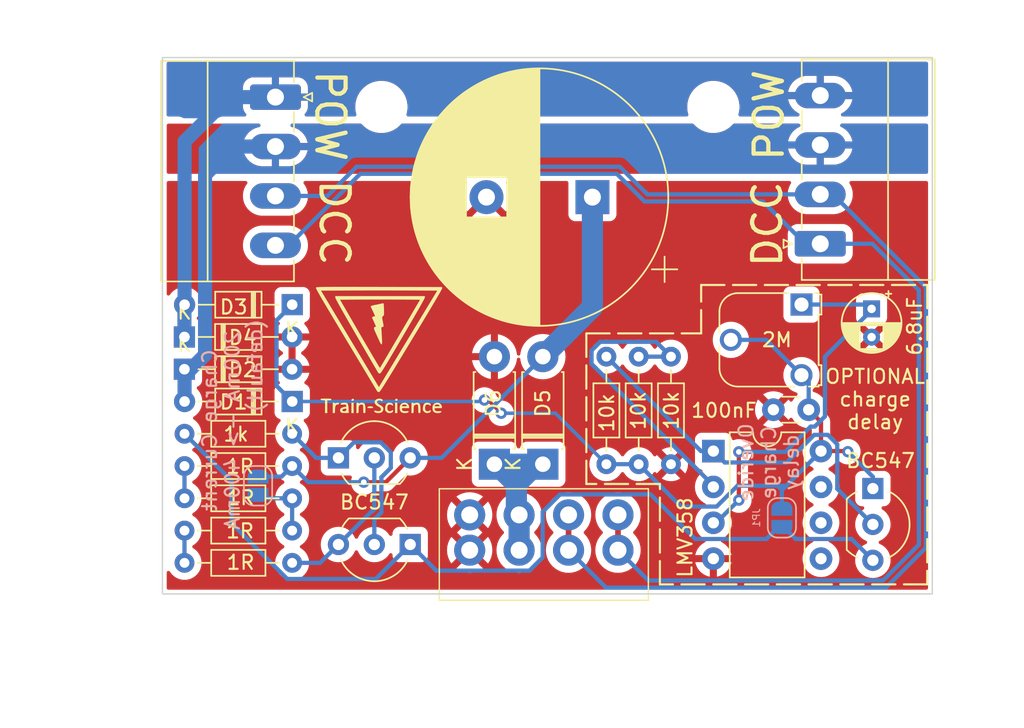
<source format=kicad_pcb>
(kicad_pcb (version 20240108) (generator "pcbnew") (generator_version "8.0")
  (layers (0 "F.Cu" signal) (31 "B.Cu" signal) (34 "B.Paste" user) (35 "F.Paste" user) (36 "B.SilkS" user "B.Silkscreen") (37 "F.SilkS" user "F.Silkscreen") (38 "B.Mask" user) (39 "F.Mask" user) (44 "Edge.Cuts" user))
  (net 0 "")
  (net 1 "Net-(D1-A)")
  (net 2 "GND")
  (net 3 "Net-(JP1-B)")
  (net 4 "/DCC_B")
  (net 5 "/DCC_A")
  (net 6 "Net-(U1A-+)")
  (net 7 "Net-(D5-A)")
  (net 8 "VCC")
  (net 9 "Net-(D3-A)")
  (net 10 "Net-(D5-K)")
  (net 11 "V_OPAMP")
  (net 12 "Net-(Q2-B)")
  (net 13 "Net-(Q2-E)")
  (net 14 "Net-(U1A--)")
  (net 18 "Net-(R5-Pad2)")
  (net 19 "Net-(JP2-A)")
  (net 20 "Net-(R7-Pad2)")
  (footprint "Connector_Phoenix_MC:PhoenixContact_MC_1,5_4-G-3.5_1x04_P3.50mm_Horizontal" (layer "F.Cu") (at 152.0675 139.195 90)
    (property "Reference" "J3" (hide yes))
    (property "Value" "FEMALE")
    (pad "1" thru_hole roundrect (at 0 0 90) (size 1.8 3.6) (drill 1.2) (layers "*.Cu" "*.Mask") (roundrect_rratio 0.138889) (net 5 "/DCC_A"))
    (pad "2" thru_hole oval (at 3.5 0 90) (size 1.8 3.6) (drill 1.2) (layers "*.Cu" "*.Mask") (net 4 "/DCC_B"))
    (pad "3" thru_hole oval (at 7 0 90) (size 1.8 3.6) (drill 1.2) (layers "*.Cu" "*.Mask") (net 1 "Net-(D1-A)"))
    (pad "4" thru_hole oval (at 10.5 0 90) (size 1.8 3.6) (drill 1.2) (layers "*.Cu" "*.Mask") (net 9 "Net-(D3-A)"))
  )
  (footprint "Resistor_THT:R_Axial_DIN0204_L3.6mm_D1.6mm_P7.62mm_Horizontal" (layer "F.Cu") (at 107.061 159.512)
    (property "Reference" "R6")
    (property "Value" "1R" (at 3.937 0.032 0) (layer "F.SilkS"))
    (pad "1" thru_hole circle (at 0 0) (size 1.4 1.4) (drill 0.7) (layers "*.Cu" "*.Mask") (net 18 "Net-(R5-Pad2)"))
    (pad "2" thru_hole oval (at 7.62 0) (size 1.4 1.4) (drill 0.7) (layers "*.Cu" "*.Mask") (net 19 "Net-(JP2-A)"))
  )
  (footprint "Diode_THT:D_DO-41_SOD81_P7.62mm_Horizontal" (layer "F.Cu") (at 132.429 154.81 90)
    (property "Reference" "D5" (at 4.31 0 90) (layer "F.SilkS"))
    (property "Value" "D")
    (fp_text user "K" (at 0 -2.1 90) (layer "F.SilkS"))
    (pad "1" thru_hole rect (at 0 0 90) (size 2.2 2.2) (drill 1.1) (layers "*.Cu" "*.Mask") (net 10 "Net-(D5-K)"))
    (pad "2" thru_hole oval (at 7.62 0 90) (size 2.2 2.2) (drill 1.1) (layers "*.Cu" "*.Mask") (net 7 "Net-(D5-A)"))
  )
  (footprint "Resistor_THT:R_Axial_DIN0204_L3.6mm_D1.6mm_P7.62mm_Horizontal" (layer "F.Cu") (at 136.928 154.81 90)
    (property "Reference" "R3")
    (property "Value" "10k" (at 3.644 0.032 90) (layer "F.SilkS"))
    (pad "1" thru_hole circle (at 0 0 90) (size 1.4 1.4) (drill 0.7) (layers "*.Cu" "*.Mask") (net 8 "VCC"))
    (pad "2" thru_hole oval (at 7.62 0 90) (size 1.4 1.4) (drill 0.7) (layers "*.Cu" "*.Mask") (net 11 "V_OPAMP"))
  )
  (footprint "Connector_Phoenix_MC:PhoenixContact_MC_1,5_4-G-3.5_1x04_P3.50mm_Horizontal" (layer "F.Cu") (at 113.5 128.805 -90)
    (property "Reference" "J1" (hide yes))
    (property "Value" "FEMALE")
    (pad "1" thru_hole roundrect (at 0 0 270) (size 1.8 3.6) (drill 1.2) (layers "*.Cu" "*.Mask") (roundrect_rratio 0.138889) (net 9 "Net-(D3-A)"))
    (pad "2" thru_hole oval (at 3.5 0 270) (size 1.8 3.6) (drill 1.2) (layers "*.Cu" "*.Mask") (net 1 "Net-(D1-A)"))
    (pad "3" thru_hole oval (at 7 0 270) (size 1.8 3.6) (drill 1.2) (layers "*.Cu" "*.Mask") (net 4 "/DCC_B"))
    (pad "4" thru_hole oval (at 10.5 0 270) (size 1.8 3.6) (drill 1.2) (layers "*.Cu" "*.Mask") (net 5 "/DCC_A"))
  )
  (footprint "Capacitor_THT:C_Disc_D3.0mm_W1.6mm_P2.50mm" (layer "F.Cu") (at 151.25 150.949 180)
    (property "Reference" "C2")
    (property "Value" "100nF" (at 5.996401 -0.051 0) (layer "F.SilkS"))
    (pad "1" thru_hole circle (at 0 0 180) (size 1.6 1.6) (drill 0.8) (layers "*.Cu" "*.Mask") (net 8 "VCC"))
    (pad "2" thru_hole circle (at 2.5 0 180) (size 1.6 1.6) (drill 0.8) (layers "*.Cu" "*.Mask") (net 2 "GND"))
  )
  (footprint "Resistor_THT:R_Axial_DIN0204_L3.6mm_D1.6mm_P7.62mm_Horizontal" (layer "F.Cu") (at 139.214 147.19 -90)
    (property "Reference" "R1")
    (property "Value" "10k" (at 3.813 0.022 90) (layer "F.SilkS"))
    (pad "1" thru_hole circle (at 0 0 270) (size 1.4 1.4) (drill 0.7) (layers "*.Cu" "*.Mask") (net 14 "Net-(U1A--)"))
    (pad "2" thru_hole oval (at 7.62 0 270) (size 1.4 1.4) (drill 0.7) (layers "*.Cu" "*.Mask") (net 8 "VCC"))
  )
  (footprint "Resistor_THT:R_Axial_DIN0204_L3.6mm_D1.6mm_P7.62mm_Horizontal" (layer "F.Cu") (at 114.681 161.798 180)
    (property "Reference" "R5")
    (property "Value" "1R" (at 3.644 0.032 0) (layer "F.SilkS"))
    (pad "1" thru_hole circle (at 0 0 180) (size 1.4 1.4) (drill 0.7) (layers "*.Cu" "*.Mask") (net 13 "Net-(Q2-E)"))
    (pad "2" thru_hole oval (at 7.62 0 180) (size 1.4 1.4) (drill 0.7) (layers "*.Cu" "*.Mask") (net 18 "Net-(R5-Pad2)"))
  )
  (footprint "Package_TO_SOT_THT:TO-92_Inline_Wide" (layer "F.Cu") (at 155.793 156.537 -90)
    (property "Reference" "Q1" (hide yes))
    (property "Value" "BC547" (at -1.978 -0.544 180) (layer "F.SilkS"))
    (pad "1" thru_hole rect (at 0 0 270) (size 1.5 1.5) (drill 0.8) (layers "*.Cu" "*.Mask") (net 8 "VCC"))
    (pad "2" thru_hole circle (at 2.54 0 270) (size 1.5 1.5) (drill 0.8) (layers "*.Cu" "*.Mask") (net 11 "V_OPAMP"))
    (pad "3" thru_hole circle (at 5.08 0 270) (size 1.5 1.5) (drill 0.8) (layers "*.Cu" "*.Mask") (net 3 "Net-(JP1-B)"))
  )
  (footprint "Resistor_THT:R_Axial_DIN0204_L3.6mm_D1.6mm_P7.62mm_Horizontal" (layer "F.Cu") (at 107.061 152.654)
    (property "Reference" "R4")
    (property "Value" "1k" (at 3.644 0.032 0) (layer "F.SilkS"))
    (pad "1" thru_hole circle (at 0 0) (size 1.4 1.4) (drill 0.7) (layers "*.Cu" "*.Mask") (net 3 "Net-(JP1-B)"))
    (pad "2" thru_hole oval (at 7.62 0) (size 1.4 1.4) (drill 0.7) (layers "*.Cu" "*.Mask") (net 12 "Net-(Q2-B)"))
  )
  (footprint "MountingHole:MountingHole_3.2mm_M3" (layer "F.Cu") (at 144.5 129.5)
    (property "Reference" "REF**" (hide yes))
    (property "Value" "MountingHole_3.2mm_M3")
    (pad "" np_thru_hole circle (at 0 0) (size 3.2 3.2) (drill 3.2) (layers "*.Cu" "*.Mask"))
  )
  (footprint "Package_DIP:DIP-8_W7.62mm" (layer "F.Cu") (at 144.5 153.88)
    (property "Reference" "U1" (hide yes))
    (property "Value" "LMV358" (at -2 6.12 90) (layer "F.SilkS"))
    (pad "1" thru_hole rect (at 0 0) (size 1.6 1.6) (drill 0.8) (layers "*.Cu" "*.Mask") (net 11 "V_OPAMP"))
    (pad "2" thru_hole oval (at 0 2.54) (size 1.6 1.6) (drill 0.8) (layers "*.Cu" "*.Mask") (net 14 "Net-(U1A--)"))
    (pad "3" thru_hole oval (at 0 5.08) (size 1.6 1.6) (drill 0.8) (layers "*.Cu" "*.Mask") (net 6 "Net-(U1A-+)"))
    (pad "4" thru_hole oval (at 0 7.62) (size 1.6 1.6) (drill 0.8) (layers "*.Cu" "*.Mask") (net 2 "GND"))
    (pad "5" thru_hole oval (at 7.62 7.62) (size 1.6 1.6) (drill 0.8) (layers "*.Cu" "*.Mask"))
    (pad "6" thru_hole oval (at 7.62 5.08) (size 1.6 1.6) (drill 0.8) (layers "*.Cu" "*.Mask"))
    (pad "7" thru_hole oval (at 7.62 2.54) (size 1.6 1.6) (drill 0.8) (layers "*.Cu" "*.Mask"))
    (pad "8" thru_hole oval (at 7.62 0) (size 1.6 1.6) (drill 0.8) (layers "*.Cu" "*.Mask") (net 8 "VCC"))
  )
  (footprint "Package_TO_SOT_THT:TO-92_Inline_Wide" (layer "F.Cu") (at 117.96 154.36)
    (property "Reference" "Q3" (hide yes))
    (property "Value" "BC547" (hide yes))
    (pad "1" thru_hole rect (at 0 0) (size 1.5 1.5) (drill 0.8) (layers "*.Cu" "*.Mask") (net 12 "Net-(Q2-B)"))
    (pad "2" thru_hole circle (at 2.54 0) (size 1.5 1.5) (drill 0.8) (layers "*.Cu" "*.Mask") (net 13 "Net-(Q2-E)"))
    (pad "3" thru_hole circle (at 5.08 0) (size 1.5 1.5) (drill 0.8) (layers "*.Cu" "*.Mask") (net 7 "Net-(D5-A)"))
  )
  (footprint "Package_TO_SOT_THT:TO-92_Inline_Wide" (layer "F.Cu") (at 123.04 160.5 180)
    (property "Reference" "Q2" (hide yes))
    (property "Value" "BC547" (at 2.54 3 180) (layer "F.SilkS"))
    (pad "1" thru_hole rect (at 0 0 180) (size 1.5 1.5) (drill 0.8) (layers "*.Cu" "*.Mask") (net 3 "Net-(JP1-B)"))
    (pad "2" thru_hole circle (at 2.54 0 180) (size 1.5 1.5) (drill 0.8) (layers "*.Cu" "*.Mask") (net 12 "Net-(Q2-B)"))
    (pad "3" thru_hole circle (at 5.08 0 180) (size 1.5 1.5) (drill 0.8) (layers "*.Cu" "*.Mask") (net 13 "Net-(Q2-E)"))
  )
  (footprint "custom_kicad_lib_sk:Train-Science logo small" (layer "F.Cu") (at 120.904 146.812)
    (property "Reference" "G***" (hide yes))
    (property "Value" "LOGO" (hide yes))
  )
  (footprint "Diode_THT:D_DO-34_SOD68_P7.62mm_Horizontal" (layer "F.Cu") (at 114.686 150.368 180)
    (property "Reference" "D1" (at 4.144 -0.042 180) (layer "F.SilkS"))
    (property "Value" "D")
    (fp_text user "K" (at 0 -1.75 180) (layer "F.SilkS"))
    (pad "1" thru_hole rect (at 0 0 180) (size 1.5 1.5) (drill 0.75) (layers "*.Cu" "*.Mask") (net 8 "VCC"))
    (pad "2" thru_hole oval (at 7.62 0 180) (size 1.5 1.5) (drill 0.75) (layers "*.Cu" "*.Mask") (net 1 "Net-(D1-A)"))
  )
  (footprint "MountingHole:MountingHole_3.2mm_M3" (layer "F.Cu") (at 121 129.5)
    (property "Reference" "REF**" (hide yes))
    (property "Value" "MountingHole_3.2mm_M3")
    (pad "" np_thru_hole circle (at 0 0) (size 3.2 3.2) (drill 3.2) (layers "F&B.Cu" "*.Mask"))
  )
  (footprint "Resistor_THT:R_Axial_DIN0204_L3.6mm_D1.6mm_P7.62mm_Horizontal" (layer "F.Cu") (at 114.681 157.226 180)
    (property "Reference" "R7")
    (property "Value" "1R" (at 3.644 0.032 0) (layer "F.SilkS"))
    (pad "1" thru_hole circle (at 0 0 180) (size 1.4 1.4) (drill 0.7) (layers "*.Cu" "*.Mask") (net 19 "Net-(JP2-A)"))
    (pad "2" thru_hole oval (at 7.62 0 180) (size 1.4 1.4) (drill 0.7) (layers "*.Cu" "*.Mask") (net 20 "Net-(R7-Pad2)"))
  )
  (footprint "custom_kicad_lib_sk:connector_3.50mm_4P horizontal_MALE" (layer "F.Cu") (at 132.5 158.4)
    (property "Reference" "J2" (hide yes))
    (property "Value" "MALE" (hide yes))
    (pad "1" thru_hole circle (at 5.25 0) (size 2.2 2.2) (drill 1.2) (layers "*.Cu" "*.Mask") (net 5 "/DCC_A"))
    (pad "1" thru_hole circle (at 5.25 2.5) (size 2.2 2.2) (drill 1.2) (layers "*.Cu" "*.Mask") (net 5 "/DCC_A"))
    (pad "2" thru_hole circle (at 1.75 0) (size 2.2 2.2) (drill 1.2) (layers "*.Cu" "*.Mask") (net 4 "/DCC_B"))
    (pad "2" thru_hole circle (at 1.75 2.5) (size 2.2 2.2) (drill 1.2) (layers "*.Cu" "*.Mask") (net 4 "/DCC_B"))
    (pad "3" thru_hole circle (at -1.75 0) (size 2.2 2.2) (drill 1.2) (layers "*.Cu" "*.Mask") (net 10 "Net-(D5-K)"))
    (pad "3" thru_hole circle (at -1.75 2.5) (size 2.2 2.2) (drill 1.2) (layers "*.Cu" "*.Mask") (net 10 "Net-(D5-K)"))
    (pad "4" thru_hole circle (at -5.25 0) (size 2.2 2.2) (drill 1.2) (layers "*.Cu" "*.Mask") (net 2 "GND"))
    (pad "4" thru_hole circle (at -5.25 2.5) (size 2.2 2.2) (drill 1.2) (layers "*.Cu" "*.Mask") (net 2 "GND"))
  )
  (footprint "Diode_THT:D_DO-41_SOD81_P7.62mm_Horizontal" (layer "F.Cu") (at 129 154.81 90)
    (property "Reference" "D6" (at 4.31 -0.071 90) (layer "F.SilkS"))
    (property "Value" "D")
    (fp_text user "K" (at 0 -2.1 90) (layer "F.SilkS"))
    (pad "1" thru_hole rect (at 0 0 90) (size 2.2 2.2) (drill 1.1) (layers "*.Cu" "*.Mask") (net 10 "Net-(D5-K)"))
    (pad "2" thru_hole oval (at 7.62 0 90) (size 2.2 2.2) (drill 1.1) (layers "*.Cu" "*.Mask") (net 2 "GND"))
  )
  (footprint "Resistor_THT:R_Axial_DIN0204_L3.6mm_D1.6mm_P7.62mm_Horizontal" (layer "F.Cu") (at 107.061 154.94)
    (property "Reference" "R8")
    (property "Value" "1R" (at 3.937 0.032 0) (layer "F.SilkS"))
    (pad "1" thru_hole circle (at 0 0) (size 1.4 1.4) (drill 0.7) (layers "*.Cu" "*.Mask") (net 20 "Net-(R7-Pad2)"))
    (pad "2" thru_hole oval (at 7.62 0) (size 1.4 1.4) (drill 0.7) (layers "*.Cu" "*.Mask") (net 7 "Net-(D5-A)"))
  )
  (footprint "Capacitor_THT:CP_Radial_D18.0mm_P7.50mm" (layer "F.Cu") (at 135.93878 135.89 180)
    (property "Reference" "C3" (hide yes))
    (property "Value" "4700uF")
    (pad "1" thru_hole rect (at 0 0 180) (size 2.4 2.4) (drill 1.2) (layers "*.Cu" "*.Mask") (net 7 "Net-(D5-A)"))
    (pad "2" thru_hole circle (at 7.5 0 180) (size 2.4 2.4) (drill 1.2) (layers "*.Cu" "*.Mask") (net 2 "GND"))
  )
  (footprint "Resistor_THT:R_Axial_DIN0204_L3.6mm_D1.6mm_P7.62mm_Horizontal" (layer "F.Cu") (at 141.5 154.81 90)
    (property "Reference" "R2")
    (property "Value" "10k" (at 3.807 0.032 90) (layer "F.SilkS"))
    (pad "1" thru_hole circle (at 0 0 90) (size 1.4 1.4) (drill 0.7) (layers "*.Cu" "*.Mask") (net 2 "GND"))
    (pad "2" thru_hole oval (at 7.62 0 90) (size 1.4 1.4) (drill 0.7) (layers "*.Cu" "*.Mask") (net 14 "Net-(U1A--)"))
  )
  (footprint "Potentiometer_THT:Potentiometer_Runtron_RM-065_Vertical" (layer "F.Cu") (at 150.74 143.5 -90)
    (property "Reference" "RV1" (hide yes))
    (property "Value" "2M" (at 2.5 1.74 180) (layer "F.SilkS"))
    (pad "1" thru_hole rect (at 0 0 270) (size 1.56 1.56) (drill 1) (layers "*.Cu" "*.Mask") (net 6 "Net-(U1A-+)"))
    (pad "2" thru_hole circle (at 2.5 5 270) (size 1.56 1.56) (drill 1) (layers "*.Cu" "*.Mask") (net 8 "VCC"))
    (pad "3" thru_hole circle (at 5 0 270) (size 1.56 1.56) (drill 1) (layers "*.Cu" "*.Mask") (net 8 "VCC"))
  )
  (footprint "Capacitor_THT:CP_Radial_D4.0mm_P2.00mm" (layer "F.Cu") (at 155.702 143.807401 -90)
    (property "Reference" "C1" (hide yes))
    (property "Value" "6.8uF" (at 1.226599 -3.048 90) (layer "F.SilkS"))
    (pad "1" thru_hole rect (at 0 0 270) (size 1.2 1.2) (drill 0.6) (layers "*.Cu" "*.Mask") (net 6 "Net-(U1A-+)"))
    (pad "2" thru_hole circle (at 2 0 270) (size 1.2 1.2) (drill 0.6) (layers "*.Cu" "*.Mask") (net 2 "GND"))
  )
  (footprint "Diode_THT:D_DO-34_SOD68_P7.62mm_Horizontal" (layer "F.Cu") (at 107.056 145.796)
    (property "Reference" "D4" (at 4.121 0.042 0) (layer "F.SilkS"))
    (property "Value" "D")
    (fp_text user "K" (at 0 -1.75 0) (layer "F.SilkS"))
    (pad "1" thru_hole rect (at 0 0) (size 1.5 1.5) (drill 0.75) (layers "*.Cu" "*.Mask") (net 9 "Net-(D3-A)"))
    (pad "2" thru_hole oval (at 7.62 0) (size 1.5 1.5) (drill 0.75) (layers "*.Cu" "*.Mask") (net 2 "GND"))
  )
  (footprint "Diode_THT:D_DO-34_SOD68_P7.62mm_Horizontal" (layer "F.Cu") (at 114.686 143.51 180)
    (property "Reference" "D3" (at 4.144 -0.169 180) (layer "F.SilkS"))
    (property "Value" "D")
    (fp_text user "K" (at 0 -1.75 180) (layer "F.SilkS"))
    (pad "1" thru_hole rect (at 0 0 180) (size 1.5 1.5) (drill 0.75) (layers "*.Cu" "*.Mask") (net 8 "VCC"))
    (pad "2" thru_hole oval (at 7.62 0 180) (size 1.5 1.5) (drill 0.75) (layers "*.Cu" "*.Mask") (net 9 "Net-(D3-A)"))
  )
  (footprint "Diode_THT:D_DO-34_SOD68_P7.62mm_Horizontal" (layer "F.Cu") (at 107.056 148.082)
    (property "Reference" "D2" (at 4.121 0.042 0) (layer "F.SilkS"))
    (property "Value" "D")
    (fp_text user "K" (at 0 -1.75 0) (layer "F.SilkS"))
    (pad "1" thru_hole rect (at 0 0) (size 1.5 1.5) (drill 0.75) (layers "*.Cu" "*.Mask") (net 1 "Net-(D1-A)"))
    (pad "2" thru_hole oval (at 7.62 0) (size 1.5 1.5) (drill 0.75) (layers "*.Cu" "*.Mask") (net 2 "GND"))
  )
  (footprint "Jumper:SolderJumper-2_P1.3mm_Open_RoundedPad1.0x1.5mm" (layer "B.Cu") (at 149.352 158.608 -90)
    (property "Reference" "JP1" (at 0 1.8 90) (layer "B.SilkS") (effects (font (size 0.5 0.5) (thickness 0.075)) (justify mirror)))
    (property "Value" "Jumper_2_Open")
    (pad "1" smd custom (at -0.65 0 270) (size 1 0.5) (layers "B.Cu" "B.Mask") (net 8 "VCC") (options (clearance outline) (anchor rect)) (primitives (gr_circle (center 0 -0.25) (end 0.5 -0.25) (width 0) (fill yes)) (gr_circle (center 0 0.25) (end 0.5 0.25) (width 0) (fill yes)) (gr_poly (pts (xy 0.5 -0.75) (xy 0 -0.75) (xy 0 0.75) (xy 0.5 0.75)) (width 0) (fill yes))))
    (pad "2" smd custom (at 0.65 0 270) (size 1 0.5) (layers "B.Cu" "B.Mask") (net 3 "Net-(JP1-B)") (options (clearance outline) (anchor rect)) (primitives (gr_circle (center 0 -0.25) (end 0.5 -0.25) (width 0) (fill yes)) (gr_circle (center 0 0.25) (end 0.5 0.25) (width 0) (fill yes)) (gr_poly (pts (xy 0 -0.75) (xy -0.5 -0.75) (xy -0.5 0.75) (xy 0 0.75)) (width 0) (fill yes))))
  )
  (footprint "Jumper:SolderJumper-2_P1.3mm_Open_RoundedPad1.0x1.5mm" (layer "B.Cu") (at 112.268 156.337 90)
    (property "Reference" "JP2" (hide yes))
    (property "Value" "Jumper_2_Open")
    (pad "1" smd custom (at -0.65 0 90) (size 1 0.5) (layers "B.Cu" "B.Mask") (net 19 "Net-(JP2-A)") (options (clearance outline) (anchor rect)) (primitives (gr_circle (center 0 -0.25) (end 0.5 -0.25) (width 0) (fill yes)) (gr_circle (center 0 0.25) (end 0.5 0.25) (width 0) (fill yes)) (gr_poly (pts (xy 0.5 -0.75) (xy 0 -0.75) (xy 0 0.75) (xy 0.5 0.75)) (width 0) (fill yes))))
    (pad "2" smd custom (at 0.65 0 90) (size 1 0.5) (layers "B.Cu" "B.Mask") (net 7 "Net-(D5-A)") (options (clearance outline) (anchor rect)) (primitives (gr_circle (center 0 -0.25) (end 0.5 -0.25) (width 0) (fill yes)) (gr_circle (center 0 0.25) (end 0.5 0.25) (width 0) (fill yes)) (gr_poly (pts (xy 0 -0.75) (xy -0.5 -0.75) (xy -0.5 0.75) (xy 0 0.75)) (width 0) (fill yes))))
  )
  (gr_line (start 135.509 156.21) (end 135.509 145.542) (stroke (width 0.15) (type dash)) (layer "F.SilkS"))
  (gr_line (start 159.639 142.113) (end 159.639 163.322) (stroke (width 0.15) (type dash)) (layer "F.SilkS"))
  (gr_line (start 140.716 163.322) (end 140.716 156.21) (stroke (width 0.15) (type dash)) (layer "F.SilkS"))
  (gr_line (start 140.716 156.21) (end 135.509 156.21) (stroke (width 0.15) (type dash)) (layer "F.SilkS"))
  (gr_line (start 159.639 163.322) (end 140.716 163.322) (stroke (width 0.15) (type dash)) (layer "F.SilkS"))
  (gr_line (start 143.637 145.542) (end 143.637 142.113) (stroke (width 0.15) (type dash)) (layer "F.SilkS"))
  (gr_line (start 135.509 145.542) (end 143.637 145.542) (stroke (width 0.15) (type dash)) (layer "F.SilkS"))
  (gr_line (start 143.637 142.113) (end 159.639 142.113) (stroke (width 0.15) (type dash)) (layer "F.SilkS"))
  (gr_rect (start 105.5 126) (end 160 164) (stroke (width 0.1)) (fill none) (layer "Edge.Cuts"))
  (gr_text "Overide\nCharge\ndelay" (at 150.622 154.686 90) (layer "B.SilkS") (effects (font (size 1 1)) (justify bottom mirror)))
  (gr_text "Charge Current\n200mA -> 400mA\n(default)            " (at 112.649 152.4 90) (layer "B.SilkS") (effects (font (size 1 1)) (justify bottom mirror)))
  (gr_text "POW" (at 149.606 133.477 90) (layer "F.SilkS") (effects (font (size 2 2) (thickness 0.3)) (justify left bottom)))
  (gr_text "DCC" (at 149.5 141 90) (layer "F.SilkS") (effects (font (size 2 2) (thickness 0.3)) (justify left bottom)))
  (gr_text "DCC" (at 116.5 134.5 -90) (layer "F.SilkS") (effects (font (size 2 2) (thickness 0.3)) (justify left bottom)))
  (gr_text "POW" (at 116.205 126.746 270) (layer "F.SilkS") (effects (font (size 2 2) (thickness 0.3)) (justify left bottom)))
  (gr_text "OPTIONAL\ncharge\ndelay" (at 155.956 152.4 0) (layer "F.SilkS") (effects (font (size 1 1)) (justify bottom)))
  (segment (start 107.056 150.358) (end 107.066 150.368) (width 1) (layer "F.Cu") (net 1))
  (segment (start 107.066 150.368) (end 107.066 148.092) (width 1) (layer "B.Cu") (net 1))
  (segment (start 113.5 132.305) (end 110.519 132.305) (width 1) (layer "B.Cu") (net 1))
  (segment (start 107.066 148.092) (end 107.056 148.082) (width 1) (layer "B.Cu") (net 1))
  (segment (start 110.519 132.305) (end 108.516 134.308) (width 1) (layer "B.Cu") (net 1))
  (segment (start 108.516 147.066) (end 107.5 148.082) (width 1) (layer "B.Cu") (net 1))
  (segment (start 108.516 134.308) (end 108.516 147.066) (width 1) (layer "B.Cu") (net 1))
  (segment (start 107.5 148.082) (end 107.056 148.082) (width 1) (layer "B.Cu") (net 1))
  (segment (start 150.331 160.11) (end 154.286 160.11) (width 0.3) (layer "B.Cu") (net 3))
  (segment (start 143.219 160.11) (end 140.059 156.95) (width 0.3) (layer "B.Cu") (net 3))
  (segment (start 149.479 159.258) (end 150.331 160.11) (width 0.3) (layer "B.Cu") (net 3))
  (segment (start 110.395 158.996925) (end 114.339075 162.941) (width 0.3) (layer "B.Cu") (net 3))
  (segment (start 132.417 158.18239) (end 132.417 161.417) (width 0.3) (layer "B.Cu") (net 3))
  (segment (start 132.417 161.417) (end 131.484 162.35) (width 0.3) (layer "B.Cu") (net 3))
  (segment (start 140.059 156.95) (end 133.64939 156.95) (width 0.3) (layer "B.Cu") (net 3))
  (segment (start 133.64939 156.95) (end 132.417 158.18239) (width 0.3) (layer "B.Cu") (net 3))
  (segment (start 114.339075 162.941) (end 120.599 162.941) (width 0.3) (layer "B.Cu") (net 3))
  (segment (start 149.352 159.258) (end 149.479 159.258) (width 0.3) (layer "B.Cu") (net 3))
  (segment (start 131.484 162.35) (end 124.89 162.35) (width 0.3) (layer "B.Cu") (net 3))
  (segment (start 149.352 159.258) (end 149.098 159.258) (width 0.3) (layer "B.Cu") (net 3))
  (segment (start 154.286 160.11) (end 155.793 161.617) (width 0.3) (layer "B.Cu") (net 3))
  (segment (start 149.098 159.258) (end 148.246 160.11) (width 0.3) (layer "B.Cu") (net 3))
  (segment (start 120.599 162.941) (end 123.04 160.5) (width 0.3) (layer "B.Cu") (net 3))
  (segment (start 110.395 155.988) (end 110.395 158.996925) (width 0.3) (layer "B.Cu") (net 3))
  (segment (start 124.89 162.35) (end 123.04 160.5) (width 0.3) (layer "B.Cu") (net 3))
  (segment (start 148.246 160.11) (end 143.219 160.11) (width 0.3) (layer "B.Cu") (net 3))
  (segment (start 107.061 152.654) (end 110.395 155.988) (width 0.3) (layer "B.Cu") (net 3))
  (segment (start 134.25 160.9) (end 134.25 158.4) (width 0.4) (layer "F.Cu") (net 4))
  (segment (start 156.718 163.55) (end 136.9 163.55) (width 0.3) (layer "B.Cu") (net 4))
  (segment (start 159.55 160.718) (end 156.718 163.55) (width 0.3) (layer "B.Cu") (net 4))
  (segment (start 139.831106 135.695) (end 137.875106 133.739) (width 0.3) (layer "B.Cu") (net 4))
  (segment (start 152.0675 135.695) (end 139.831106 135.695) (width 0.3) (layer "B.Cu") (net 4))
  (segment (start 159.55 142.278) (end 159.55 160.718) (width 0.3) (layer "B.Cu") (net 4))
  (segment (start 136.9 163.55) (end 134.25 160.9) (width 0.3) (layer "B.Cu") (net 4))
  (segment (start 119.245 133.739) (end 117.179 135.805) (width 0.3) (layer "B.Cu") (net 4))
  (segment (start 152.967 135.695) (end 159.55 142.278) (width 0.3) (layer "B.Cu") (net 4))
  (segment (start 137.875106 133.739) (end 119.245 133.739) (width 0.3) (layer "B.Cu") (net 4))
  (segment (start 152.0675 135.695) (end 152.967 135.695) (width 0.3) (layer "B.Cu") (net 4))
  (segment (start 117.179 135.805) (end 113.5 135.805) (width 0.3) (layer "B.Cu") (net 4))
  (segment (start 137.75 158.4) (end 137.75 160.9) (width 0.4) (layer "F.Cu") (net 5))
  (segment (start 151.006 139.195) (end 148.006 136.195) (width 0.3) (layer "B.Cu") (net 5))
  (segment (start 152.0675 139.195) (end 151.006 139.195) (width 0.3) (layer "B.Cu") (net 5))
  (segment (start 119.507 134.239) (end 114.441 139.305) (width 0.3) (layer "B.Cu") (net 5))
  (segment (start 155.759894 139.195) (end 152.0675 139.195) (width 0.3) (layer "B.Cu") (net 5))
  (segment (start 139.624 136.195) (end 137.668 134.239) (width 0.3) (layer "B.Cu") (net 5))
  (segment (start 114.441 139.305) (end 113.5 139.305) (width 0.3) (layer "B.Cu") (net 5))
  (segment (start 159.05 160.510894) (end 159.05 142.485106) (width 0.3) (layer "B.Cu") (net 5))
  (segment (start 139.9 163.05) (end 156.510894 163.05) (width 0.3) (layer "B.Cu") (net 5))
  (segment (start 159.05 142.485106) (end 155.759894 139.195) (width 0.3) (layer "B.Cu") (net 5))
  (segment (start 148.006 136.195) (end 139.624 136.195) (width 0.3) (layer "B.Cu") (net 5))
  (segment (start 156.510894 163.05) (end 159.05 160.510894) (width 0.3) (layer "B.Cu") (net 5))
  (segment (start 137.75 160.9) (end 139.9 163.05) (width 0.3) (layer "B.Cu") (net 5))
  (segment (start 137.668 134.239) (end 119.507 134.239) (width 0.3) (layer "B.Cu") (net 5))
  (segment (start 146.304 157.156) (end 146.304 153.936) (width 0.3) (layer "F.Cu") (net 6))
  (via (at 146.304 157.353) (size 0.8) (drill 0.4) (layers "F.Cu" "B.Cu") (net 6))
  (via (at 146.304 153.936) (size 0.8) (drill 0.4) (layers "F.Cu" "B.Cu") (net 6))
  (segment (start 151.384 152.146) (end 149.594 153.936) (width 0.3) (layer "B.Cu") (net 6))
  (segment (start 144.64 159.017) (end 146.444 157.213) (width 0.3) (layer "B.Cu") (net 6))
  (segment (start 155.702 143.807401) (end 155.702 143.891) (width 0.3) (layer "B.Cu") (net 6))
  (segment (start 155.702 143.891) (end 152.4 147.193) (width 0.3) (layer "B.Cu") (net 6))
  (segment (start 155.394599 143.5) (end 155.702 143.807401) (width 0.3) (layer "B.Cu") (net 6))
  (segment (start 151.679346 152.146) (end 151.384 152.146) (width 0.3) (layer "B.Cu") (net 6))
  (segment (start 149.594 153.936) (end 146.304 153.936) (width 0.3) (layer "B.Cu") (net 6))
  (segment (start 152.4 147.193) (end 152.4 151.425346) (width 0.3) (layer "B.Cu") (net 6))
  (segment (start 150.74 143.5) (end 155.394599 143.5) (width 0.3) (layer "B.Cu") (net 6))
  (segment (start 152.4 151.425346) (end 151.679346 152.146) (width 0.3) (layer "B.Cu") (net 6))
  (segment (start 123.04 154.36) (end 121.317 156.083) (width 0.3) (layer "F.Cu") (net 7))
  (segment (start 121.317 156.083) (end 119.75 156.083) (width 0.3) (layer "F.Cu") (net 7))
  (via (at 119.75 156.083) (size 0.8) (drill 0.4) (layers "F.Cu" "B.Cu") (net 7))
  (segment (start 135.93878 143.68022) (end 132.429 147.19) (width 1.5) (layer "B.Cu") (net 7))
  (segment (start 119.75 156.083) (end 115.824 156.083) (width 0.3) (layer "B.Cu") (net 7))
  (segment (start 125.259 154.36) (end 132.429 147.19) (width 0.3) (layer "B.Cu") (net 7))
  (segment (start 123.04 154.36) (end 125.259 154.36) (width 0.3) (layer "B.Cu") (net 7))
  (segment (start 135.93878 135.89) (end 135.93878 143.68022) (width 1.5) (layer "B.Cu") (net 7))
  (segment (start 115.824 156.083) (end 114.681 154.94) (width 0.3) (layer "B.Cu") (net 7))
  (segment (start 113.934 155.687) (end 114.681 154.94) (width 0.3) (layer "B.Cu") (net 7))
  (segment (start 112.268 155.687) (end 113.934 155.687) (width 0.3) (layer "B.Cu") (net 7))
  (segment (start 153.976 153.88) (end 154.02 153.924) (width 0.3) (layer "F.Cu") (net 8))
  (segment (start 152.12 153.88) (end 153.976 153.88) (width 0.3) (layer "F.Cu") (net 8))
  (segment (start 152.12 151.819) (end 151.25 150.949) (width 0.3) (layer "F.Cu") (net 8))
  (segment (start 152.12 153.88) (end 152.12 151.819) (width 0.3) (layer "F.Cu") (net 8))
  (segment (start 128.293669 150.264669) (end 128.547669 150.264669) (width 0.25) (layer "F.Cu") (net 8))
  (segment (start 128.547669 150.264669) (end 129.481331 151.198331) (width 0.25) (layer "F.Cu") (net 8))
  (via (at 129.481331 151.198331) (size 0.8) (drill 0.4) (layers "F.Cu" "B.Cu") (net 8))
  (via (at 128.293669 150.264669) (size 0.8) (drill 0.4) (layers "F.Cu" "B.Cu") (net 8))
  (via (at 154.02 153.924) (size 0.8) (drill 0.4) (layers "F.Cu" "B.Cu") (net 8))
  (segment (start 149.041 156.337) (end 149.606 156.337) (width 0.3) (layer "B.Cu") (net 8))
  (segment (start 142.214 157.81) (end 139.214 154.81) (width 0.3) (layer "B.Cu") (net 8))
  (segment (start 114.686 150.368) (end 113.576 149.258) (width 0.3) (layer "B.Cu") (net 8))
  (segment (start 144.272 157.81) (end 142.214 157.81) (width 0.3) (layer "B.Cu") (net 8))
  (segment (start 144.736346 157.81) (end 146.209346 156.337) (width 0.3) (layer "B.Cu") (net 8))
  (segment (start 149.606 156.337) (end 149.6345 156.3655) (width 0.3) (layer "B.Cu") (net 8))
  (segment (start 149.6345 156.3655) (end 152.12 153.88) (width 0.3) (layer "B.Cu") (net 8))
  (segment (start 149.352 157.958) (end 149.204 157.81) (width 0.3) (layer "B.Cu") (net 8))
  (segment (start 146.209346 156.337) (end 149.041 156.337) (width 0.3) (layer "B.Cu") (net 8))
  (segment (start 151.25 149.01) (end 150.74 148.5) (width 0.3) (layer "B.Cu") (net 8))
  (segment (start 129.481331 151.198331) (end 133.316331 151.198331) (width 0.25) (layer "B.Cu") (net 8))
  (segment (start 151.25 150.949) (end 151.25 149.01) (width 0.3) (layer "B.Cu") (net 8))
  (segment (start 149.352 156.648) (end 149.6345 156.3655) (width 0.3) (layer "B.Cu") (net 8))
  (segment (start 149.352 157.958) (end 149.352 156.648) (width 0.3) (layer "B.Cu") (net 8))
  (segment (start 148.24 146) (end 150.74 148.5) (width 0.3) (layer "B.Cu") (net 8))
  (segment (start 145.74 146) (end 148.24 146) (width 0.3) (layer "B.Cu") (net 8))
  (segment (start 139.214 154.81) (end 136.928 154.81) (width 0.3) (layer "B.Cu") (net 8))
  (segment (start 133.316331 151.198331) (end 136.928 154.81) (width 0.25) (layer "B.Cu") (net 8))
  (segment (start 113.576 149.258) (end 113.576 144.62) (width 0.3) (layer "B.Cu") (net 8))
  (segment (start 155.793 155.697) (end 155.793 156.537) (width 0.3) (layer "B.Cu") (net 8))
  (segment (start 154.02 153.924) (end 155.793 155.697) (width 0.3) (layer "B.Cu") (net 8))
  (segment (start 144.272 157.81) (end 144.736346 157.81) (width 0.3) (layer "B.Cu") (net 8))
  (segment (start 114.686 150.368) (end 128.190338 150.368) (width 0.25) (layer "B.Cu") (net 8))
  (segment (start 128.190338 150.368) (end 128.293669 150.264669) (width 0.25) (layer "B.Cu") (net 8))
  (segment (start 149.041 156.337) (end 149.352 156.648) (width 0.3) (layer "B.Cu") (net 8))
  (segment (start 113.576 144.62) (end 114.686 143.51) (width 0.3) (layer "B.Cu") (net 8))
  (segment (start 110.209 128.805) (end 113.5 128.805) (width 1) (layer "B.Cu") (net 9))
  (segment (start 107.066 143.51) (end 107.066 131.948) (width 1) (layer "B.Cu") (net 9))
  (segment (start 107.066 131.948) (end 110.209 128.805) (width 1) (layer "B.Cu") (net 9))
  (segment (start 107.056 143.52) (end 107.066 143.51) (width 1) (layer "B.Cu") (net 9))
  (segment (start 107.056 145.796) (end 107.056 143.52) (width 1) (layer "B.Cu") (net 9))
  (segment (start 130.556 156.21) (end 130.556 158.206) (width 1.5) (layer "B.Cu") (net 10))
  (segment (start 131.956 154.81) (end 130.556 156.21) (width 1.5) (layer "B.Cu") (net 10))
  (segment (start 129 154.81) (end 132.429 154.81) (width 1.5) (layer "B.Cu") (net 10))
  (segment (start 132.429 154.81) (end 131.956 154.81) (width 1.5) (layer "B.Cu") (net 10))
  (segment (start 129 154.81) (end 129.156 154.81) (width 1.5) (layer "B.Cu") (net 10))
  (segment (start 129.156 154.81) (end 130.556 156.21) (width 1.5) (layer "B.Cu") (net 10))
  (segment (start 130.75 160.9) (end 130.75 158.4) (width 1.5) (layer "B.Cu") (net 10))
  (segment (start 130.556 158.206) (end 130.75 158.4) (width 1.5) (layer "B.Cu") (net 10))
  (segment (start 155.793 159.077) (end 153.27 156.554) (width 0.3) (layer "B.Cu") (net 11))
  (segment (start 149.687654 154.686) (end 145.306 154.686) (width 0.3) (layer "B.Cu") (net 11))
  (segment (start 153.27 156.554) (end 153.27 153.397) (width 0.3) (layer "B.Cu") (net 11))
  (segment (start 152.603 152.73) (end 151.643654 152.73) (width 0.3) (layer "B.Cu") (net 11))
  (segment (start 143.618 153.88) (end 136.928 147.19) (width 0.3) (layer "B.Cu") (net 11))
  (segment (start 144.5 153.88) (end 143.618 153.88) (width 0.3) (layer "B.Cu") (net 11))
  (segment (start 145.306 154.686) (end 144.5 153.88) (width 0.3) (layer "B.Cu") (net 11))
  (segment (start 153.27 153.397) (end 152.603 152.73) (width 0.3) (layer "B.Cu") (net 11))
  (segment (start 151.643654 152.73) (end 149.687654 154.686) (width 0.3) (layer "B.Cu") (net 11))
  (segment (start 116.387 154.36) (end 117.96 154.36) (width 0.3) (layer "B.Cu") (net 12))
  (segment (start 120.551001 158.667106) (end 121 158.218107) (width 0.3) (layer "B.Cu") (net 12))
  (segment (start 121.666 155.067) (end 121.666 153.970365) (width 0.3) (layer "B.Cu") (net 12))
  (segment (start 119.06 153.26) (end 117.96 154.36) (width 0.3) (layer "B.Cu") (net 12))
  (segment (start 114.681 152.654) (end 116.387 154.36) (width 0.3) (layer "B.Cu") (net 12))
  (segment (start 121 158.218107) (end 121 155.733) (width 0.3) (layer "B.Cu") (net 12))
  (segment (start 121.666 153.970365) (end 120.955635 153.26) (width 0.3) (layer "B.Cu") (net 12))
  (segment (start 120.5 160.5) (end 120.5 158.667106) (width 0.3) (layer "B.Cu") (net 12))
  (segment (start 120.955635 153.26) (end 119.06 153.26) (width 0.3) (layer "B.Cu") (net 12))
  (segment (start 120.5 158.667106) (end 120.551001 158.667106) (width 0.3) (layer "B.Cu") (net 12))
  (segment (start 121 155.733) (end 121.666 155.067) (width 0.3) (layer "B.Cu") (net 12))
  (segment (start 120.396 158.115) (end 120.345 158.115) (width 0.3) (layer "B.Cu") (net 13))
  (segment (start 114.681 161.798) (end 116.662 161.798) (width 0.3) (layer "B.Cu") (net 13))
  (segment (start 120.5 154.36) (end 120.5 158.011) (width 0.3) (layer "B.Cu") (net 13))
  (segment (start 116.662 161.798) (end 117.96 160.5) (width 0.3) (layer "B.Cu") (net 13))
  (segment (start 120.5 158.011) (end 120.396 158.115) (width 0.3) (layer "B.Cu") (net 13))
  (segment (start 120.345 158.115) (end 117.96 160.5) (width 0.3) (layer "B.Cu") (net 13))
  (segment (start 141.5 147.19) (end 139.214 147.19) (width 0.3) (layer "B.Cu") (net 14))
  (segment (start 135.878 146.755075) (end 136.493075 146.14) (width 0.3) (layer "B.Cu") (net 14))
  (segment (start 144.5 156.325075) (end 135.878 147.703075) (width 0.3) (layer "B.Cu") (net 14))
  (segment (start 140.45 146.14) (end 141.5 147.19) (width 0.3) (layer "B.Cu") (net 14))
  (segment (start 135.878 147.703075) (end 135.878 146.755075) (width 0.3) (layer "B.Cu") (net 14))
  (segment (start 144.5 156.42) (end 144.5 156.325075) (width 0.3) (layer "B.Cu") (net 14))
  (segment (start 136.493075 146.14) (end 140.45 146.14) (width 0.3) (layer "B.Cu") (net 14))
  (segment (start 107.061 161.798) (end 107.061 159.512) (width 0.3) (layer "B.Cu") (net 18))
  (segment (start 114.681 157.226) (end 114.681 159.512) (width 0.3) (layer "B.Cu") (net 19))
  (segment (start 114.681 157.226) (end 111.851 157.226) (width 0.3) (layer "B.Cu") (net 19))
  (segment (start 107.061 157.226) (end 107.061 154.94) (width 0.3) (layer "B.Cu") (net 20))
  (zone (net 2) (net_name "GND") (layer "F.Cu") (connect_pads (clearance 0.5)) (min_thickness 0.25) (fill yes (thermal_gap 0.5) (thermal_bridge_width 0.5))
    (polygon (pts (xy 166.5 134.5) (xy 166 173.5) (xy 94 172.5) (xy 101.5 134.5)))
  )
  (zone (net 9) (net_name "Net-(D3-A)") (layers "F&B.Cu") (priority 1) (connect_pads (clearance 0.5)) (min_thickness 0.25) (fill yes (thermal_gap 0.5) (thermal_bridge_width 0.5))
    (polygon (pts (xy 162.179 130.302) (xy 162.179 125.984) (xy 103.505 125.984) (xy 103.632 130.302)))
  )
  (zone (net 1) (net_name "Net-(D1-A)") (layers "F&B.Cu") (priority 2) (connect_pads (clearance 0.5)) (min_thickness 0.25) (fill yes (thermal_gap 0.5) (thermal_bridge_width 0.5))
    (polygon (pts (xy 162.179 130.683) (xy 162.179 134.239) (xy 103.886 134.239) (xy 103.886 130.683)))
  )
)
</source>
